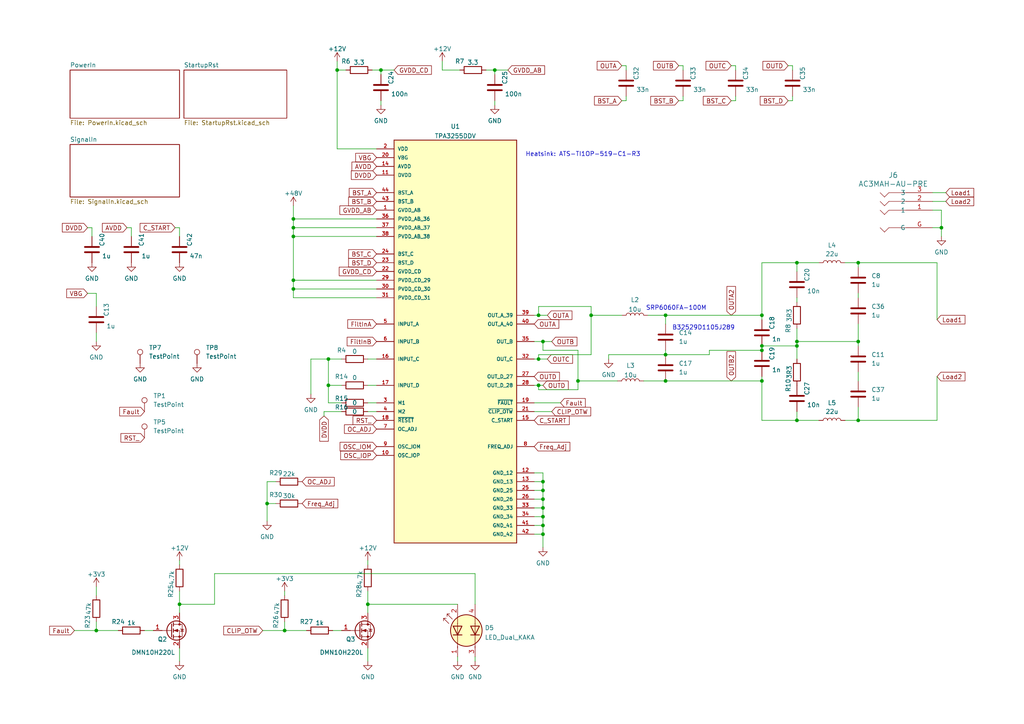
<source format=kicad_sch>
(kicad_sch (version 20231120) (generator "eeschema") (generator_version "8.0")
  (paper "A4")
  (lib_symbols
    (symbol "Connector:TestPoint" (pin_numbers hide) (pin_names (offset 0.762) hide)
      (property "Reference" "TP" (at 0 6.858 0))
      (property "Value" "TestPoint" (at 0 5.08 0))
      (symbol "TestPoint_0_1"
        (circle (center 0 3.302) (radius 0.762))
      )
      (symbol "TestPoint_1_1"
        (pin passive line (at 0 0 90) (length 2.54) (name "1") (number "1"))
      )
    )
    (symbol "Device:C" (pin_numbers hide) (pin_names (offset 0.254))
      (property "Reference" "C" (at 0.635 2.54 0))
      (property "Value" "C" (at 0.635 -2.54 0))
      (symbol "C_0_1"
        (polyline (pts (xy -2.032 -0.762) (xy 2.032 -0.762)) (stroke (width 0.508)))
        (polyline (pts (xy -2.032 0.762) (xy 2.032 0.762)) (stroke (width 0.508)))
      )
      (symbol "C_1_1"
        (pin passive line (at 0 3.81 270) (length 2.794) (name "~") (number "1"))
        (pin passive line (at 0 -3.81 90) (length 2.794) (name "~") (number "2"))
      )
    )
    (symbol "Device:L" (pin_numbers hide) (pin_names (offset 1.016) hide)
      (property "Reference" "L" (at -1.27 0 90))
      (property "Value" "L" (at 1.905 0 90))
      (symbol "L_0_1"
        (arc (start 0 -2.54) (mid 0.6323 -1.905) (end 0 -1.27))
        (arc (start 0 -1.27) (mid 0.6323 -0.635) (end 0 0))
        (arc (start 0 0) (mid 0.6323 0.635) (end 0 1.27))
        (arc (start 0 1.27) (mid 0.6323 1.905) (end 0 2.54))
      )
      (symbol "L_1_1"
        (pin passive line (at 0 3.81 270) (length 1.27) (name "1") (number "1"))
        (pin passive line (at 0 -3.81 90) (length 1.27) (name "2") (number "2"))
      )
    )
    (symbol "Device:LED_Dual_KAKA" (pin_names (offset 0) hide)
      (property "Reference" "D" (at 0 5.715 0))
      (property "Value" "LED_Dual_KAKA" (at 0 -6.35 0))
      (symbol "LED_Dual_KAKA_0_1"
        (polyline (pts (xy -5.08 -2.54) (xy 2.032 -2.54)))
        (polyline (pts (xy -5.08 2.54) (xy 2.032 2.54)))
        (polyline (pts (xy -1.27 -1.27) (xy -1.27 -3.81)) (stroke (width 0.254)))
        (polyline (pts (xy -1.27 3.81) (xy -1.27 1.27)) (stroke (width 0.254)))
        (polyline (pts (xy 3.81 -2.54) (xy 1.905 -2.54)))
        (polyline (pts (xy 3.81 2.54) (xy 1.905 2.54)))
        (polyline (pts (xy 1.27 -1.27) (xy 1.27 -3.81) (xy -1.27 -2.54) (xy 1.27 -1.27)) (stroke (width 0.254)))
        (polyline (pts (xy 1.27 3.81) (xy 1.27 1.27) (xy -1.27 2.54) (xy 1.27 3.81)) (stroke (width 0.254)))
        (polyline (pts (xy 2.032 5.08) (xy 3.556 6.604) (xy 2.794 6.604) (xy 3.556 6.604) (xy 3.556 5.842)))
        (polyline (pts (xy 3.302 4.064) (xy 4.826 5.588) (xy 4.064 5.588) (xy 4.826 5.588) (xy 4.826 4.826)))
        (circle (center 0 0) (radius 4.572) (stroke (width 0.254)) (fill (type background)))
      )
      (symbol "LED_Dual_KAKA_1_1"
        (pin input line (at -7.62 2.54 0) (length 3.048) (name "A1") (number "1"))
        (pin input line (at 7.62 2.54 180) (length 3.81) (name "K1") (number "2"))
        (pin input line (at -7.62 -2.54 0) (length 3.048) (name "A2") (number "3"))
        (pin input line (at 7.62 -2.54 180) (length 3.81) (name "K2") (number "4"))
      )
    )
    (symbol "Device:R" (pin_numbers hide) (pin_names (offset 0))
      (property "Reference" "R" (at 2.032 0 90))
      (property "Value" "R" (at 0 0 90))
      (symbol "R_0_1"
        (rectangle (start -1.016 -2.54) (end 1.016 2.54) (stroke (width 0.254)))
      )
      (symbol "R_1_1"
        (pin passive line (at 0 3.81 270) (length 1.27) (name "~") (number "1"))
        (pin passive line (at 0 -3.81 90) (length 1.27) (name "~") (number "2"))
      )
    )
    (symbol "Eli_v6Lib:AC3MAH-AU-PRE" (pin_names (offset 0.254))
      (property "Reference" "J" (at -7.62 7.62 0))
      (property "Value" "AC3MAH-AU-PRE" (at -7.62 5.08 0))
      (symbol "AC3MAH-AU-PRE_0_1"
        (polyline (pts (xy -13.97 -11.43) (xy -15.24 -10.16)) (stroke (width 0.127)))
        (polyline (pts (xy -13.97 -6.35) (xy -15.24 -5.08)) (stroke (width 0.127)))
        (polyline (pts (xy -13.97 -3.81) (xy -15.24 -2.54)) (stroke (width 0.127)))
        (polyline (pts (xy -13.97 -1.27) (xy -15.24 0)) (stroke (width 0.127)))
        (polyline (pts (xy -12.7 -10.16) (xy -13.97 -11.43)) (stroke (width 0.127)))
        (polyline (pts (xy -12.7 -5.08) (xy -13.97 -6.35)) (stroke (width 0.127)))
        (polyline (pts (xy -12.7 -2.54) (xy -13.97 -3.81)) (stroke (width 0.127)))
        (polyline (pts (xy -12.7 0) (xy -13.97 -1.27)) (stroke (width 0.127)))
        (polyline (pts (xy -7.62 -10.16) (xy -12.7 -10.16)) (stroke (width 0.127)))
        (polyline (pts (xy -7.62 -5.08) (xy -12.7 -5.08)) (stroke (width 0.127)))
        (polyline (pts (xy -7.62 -2.54) (xy -12.7 -2.54)) (stroke (width 0.127)))
        (polyline (pts (xy -7.62 0) (xy -12.7 0)) (stroke (width 0.127)))
        (pin unspecified line (at 0 -5.08 180) (length 7.62) (name "1") (number "1"))
        (pin unspecified line (at 0 -2.54 180) (length 7.62) (name "2") (number "2"))
        (pin unspecified line (at 0 0 180) (length 7.62) (name "3") (number "3"))
        (pin unspecified line (at 0 -10.16 180) (length 7.62) (name "G") (number "G"))
      )
    )
    (symbol "Eli_v6Lib:TPA3255DDV" (pin_names (offset 1.016))
      (property "Reference" "U" (at -17.78 59.4106 0))
      (property "Value" "TPA3255DDV" (at -17.78 -62.4078 0))
      (symbol "TPA3255DDV_0_0"
        (rectangle (start -17.78 -58.42) (end 17.78 58.42) (stroke (width 0.254)) (fill (type background)))
        (pin power_in line (at -22.86 38.1 0) (length 5.08) (name "GVDD_AB") (number "1"))
        (pin output line (at -22.86 -33.02 0) (length 5.08) (name "OSC_IOP") (number "10"))
        (pin power_in line (at -22.86 48.26 0) (length 5.08) (name "DVDD") (number "11"))
        (pin power_in line (at 22.86 -38.1 180) (length 5.08) (name "GND_12") (number "12"))
        (pin power_in line (at 22.86 -40.64 180) (length 5.08) (name "GND_13") (number "13"))
        (pin power_in line (at -22.86 50.8 0) (length 5.08) (name "AVDD") (number "14"))
        (pin output line (at 22.86 -22.86 180) (length 5.08) (name "C_START") (number "15"))
        (pin input line (at -22.86 -5.08 0) (length 5.08) (name "INPUT_C") (number "16"))
        (pin input line (at -22.86 -12.7 0) (length 5.08) (name "INPUT_D") (number "17"))
        (pin input line (at -22.86 -22.86 0) (length 5.08) (name "~{RESET}") (number "18"))
        (pin output line (at 22.86 -17.78 180) (length 5.08) (name "~{FAULT}") (number "19"))
        (pin power_in line (at -22.86 55.88 0) (length 5.08) (name "VDD") (number "2"))
        (pin power_in line (at -22.86 53.34 0) (length 5.08) (name "VBG") (number "20"))
        (pin output line (at 22.86 -20.32 180) (length 5.08) (name "~{CLIP_OTW}") (number "21"))
        (pin power_in line (at -22.86 20.32 0) (length 5.08) (name "GVDD_CD") (number "22"))
        (pin power_in line (at -22.86 22.86 0) (length 5.08) (name "BST_D") (number "23"))
        (pin power_in line (at -22.86 25.4 0) (length 5.08) (name "BST_C") (number "24"))
        (pin power_in line (at 22.86 -43.18 180) (length 5.08) (name "GND_25") (number "25"))
        (pin power_in line (at 22.86 -45.72 180) (length 5.08) (name "GND_26") (number "26"))
        (pin output line (at 22.86 -10.16 180) (length 5.08) (name "OUT_D_27") (number "27"))
        (pin output line (at 22.86 -12.7 180) (length 5.08) (name "OUT_D_28") (number "28"))
        (pin power_in line (at -22.86 17.78 0) (length 5.08) (name "PVDD_CD_29") (number "29"))
        (pin input line (at -22.86 -17.78 0) (length 5.08) (name "M1") (number "3"))
        (pin power_in line (at -22.86 15.24 0) (length 5.08) (name "PVDD_CD_30") (number "30"))
        (pin power_in line (at -22.86 12.7 0) (length 5.08) (name "PVDD_CD_31") (number "31"))
        (pin output line (at 22.86 -5.08 180) (length 5.08) (name "OUT_C") (number "32"))
        (pin power_in line (at 22.86 -48.26 180) (length 5.08) (name "GND_33") (number "33"))
        (pin power_in line (at 22.86 -50.8 180) (length 5.08) (name "GND_34") (number "34"))
        (pin output line (at 22.86 0 180) (length 5.08) (name "OUT_B") (number "35"))
        (pin power_in line (at -22.86 35.56 0) (length 5.08) (name "PVDD_AB_36") (number "36"))
        (pin power_in line (at -22.86 33.02 0) (length 5.08) (name "PVDD_AB_37") (number "37"))
        (pin power_in line (at -22.86 30.48 0) (length 5.08) (name "PVDD_AB_38") (number "38"))
        (pin output line (at 22.86 7.62 180) (length 5.08) (name "OUT_A_39") (number "39"))
        (pin input line (at -22.86 -20.32 0) (length 5.08) (name "M2") (number "4"))
        (pin output line (at 22.86 5.08 180) (length 5.08) (name "OUT_A_40") (number "40"))
        (pin power_in line (at 22.86 -53.34 180) (length 5.08) (name "GND_41") (number "41"))
        (pin power_in line (at 22.86 -55.88 180) (length 5.08) (name "GND_42") (number "42"))
        (pin power_in line (at -22.86 40.64 0) (length 5.08) (name "BST_B") (number "43"))
        (pin power_in line (at -22.86 43.18 0) (length 5.08) (name "BST_A") (number "44"))
        (pin input line (at -22.86 5.08 0) (length 5.08) (name "INPUT_A") (number "5"))
        (pin input line (at -22.86 0 0) (length 5.08) (name "INPUT_B") (number "6"))
        (pin bidirectional line (at -22.86 -25.4 0) (length 5.08) (name "OC_ADJ") (number "7"))
        (pin output line (at 22.86 -30.48 180) (length 5.08) (name "FREQ_ADJ") (number "8"))
        (pin bidirectional line (at -22.86 -30.48 0) (length 5.08) (name "OSC_IOM") (number "9"))
      )
    )
    (symbol "Transistor_FET:DMN10H220L" (pin_names hide)
      (property "Reference" "Q" (at 5.08 1.905 0))
      (property "Value" "DMN10H220L" (at 5.08 0 0))
      (symbol "DMN10H220L_0_1"
        (polyline (pts (xy 0.254 0) (xy -2.54 0)))
        (polyline (pts (xy 0.254 1.905) (xy 0.254 -1.905)) (stroke (width 0.254)))
        (polyline (pts (xy 0.762 -1.27) (xy 0.762 -2.286)) (stroke (width 0.254)))
        (polyline (pts (xy 0.762 0.508) (xy 0.762 -0.508)) (stroke (width 0.254)))
        (polyline (pts (xy 0.762 2.286) (xy 0.762 1.27)) (stroke (width 0.254)))
        (polyline (pts (xy 2.54 2.54) (xy 2.54 1.778)))
        (polyline (pts (xy 2.54 -2.54) (xy 2.54 0) (xy 0.762 0)))
        (polyline (pts (xy 0.762 -1.778) (xy 3.302 -1.778) (xy 3.302 1.778) (xy 0.762 1.778)))
        (polyline (pts (xy 1.016 0) (xy 2.032 0.381) (xy 2.032 -0.381) (xy 1.016 0)) (fill (type outline)))
        (polyline (pts (xy 2.794 0.508) (xy 2.921 0.381) (xy 3.683 0.381) (xy 3.81 0.254)))
        (polyline (pts (xy 3.302 0.381) (xy 2.921 -0.254) (xy 3.683 -0.254) (xy 3.302 0.381)))
        (circle (center 1.651 0) (radius 2.794) (stroke (width 0.254)))
        (circle (center 2.54 -1.778) (radius 0.254) (fill (type outline)))
        (circle (center 2.54 1.778) (radius 0.254) (fill (type outline)))
      )
      (symbol "DMN10H220L_1_1"
        (pin input line (at -5.08 0 0) (length 2.54) (name "G") (number "1"))
        (pin passive line (at 2.54 -5.08 90) (length 2.54) (name "S") (number "2"))
        (pin passive line (at 2.54 5.08 270) (length 2.54) (name "D") (number "3"))
      )
    )
    (symbol "power:+12V" (power) (pin_names (offset 0))
      (property "Value" "+12V" (at 0 3.556 0))
      (symbol "+12V_0_1"
        (polyline (pts (xy -0.762 1.27) (xy 0 2.54)))
        (polyline (pts (xy 0 0) (xy 0 2.54)))
        (polyline (pts (xy 0 2.54) (xy 0.762 1.27)))
      )
      (symbol "+12V_1_1"
        (pin power_in line (at 0 0 90) (length 0) hide (name "+12V") (number "1"))
      )
    )
    (symbol "power:+3.3V" (power) (pin_names (offset 0))
      (property "Value" "+3.3V" (at 0 3.556 0))
      (symbol "+3.3V_0_1"
        (polyline (pts (xy -0.762 1.27) (xy 0 2.54)))
        (polyline (pts (xy 0 0) (xy 0 2.54)))
        (polyline (pts (xy 0 2.54) (xy 0.762 1.27)))
      )
      (symbol "+3.3V_1_1"
        (pin power_in line (at 0 0 90) (length 0) hide (name "+3V3") (number "1"))
      )
    )
    (symbol "power:+48V" (power) (pin_names (offset 0))
      (property "Value" "+48V" (at 0 3.556 0))
      (symbol "+48V_0_1"
        (polyline (pts (xy -0.762 1.27) (xy 0 2.54)))
        (polyline (pts (xy 0 0) (xy 0 2.54)))
        (polyline (pts (xy 0 2.54) (xy 0.762 1.27)))
      )
      (symbol "+48V_1_1"
        (pin power_in line (at 0 0 90) (length 0) hide (name "+48V") (number "1"))
      )
    )
    (symbol "power:GND" (power) (pin_names (offset 0))
      (property "Value" "GND" (at 0 -3.81 0))
      (symbol "GND_0_1"
        (polyline (pts (xy 0 0) (xy 0 -1.27) (xy 1.27 -1.27) (xy 0 -2.54) (xy -1.27 -1.27) (xy 0 -1.27)))
      )
      (symbol "GND_1_1"
        (pin power_in line (at 0 0 270) (length 0) hide (name "GND") (number "1"))
      )
    )
  )
  (junction (at 167.64 110.49))
  (junction (at 220.98 101.6))
  (junction (at 157.48 147.32))
  (junction (at 193.04 110.49))
  (junction (at 156.21 91.44))
  (junction (at 220.98 100.33))
  (junction (at 85.09 63.5))
  (junction (at 95.25 104.14))
  (junction (at 77.47 146.05))
  (junction (at 85.09 83.82))
  (junction (at 231.14 100.33))
  (junction (at 110.49 20.32))
  (junction (at 171.45 91.44))
  (junction (at 85.09 68.58))
  (junction (at 157.48 144.78))
  (junction (at 220.98 110.49))
  (junction (at 231.14 76.2))
  (junction (at 157.48 139.7))
  (junction (at 248.92 121.92))
  (junction (at 27.94 182.88))
  (junction (at 157.48 142.24))
  (junction (at 143.51 20.32))
  (junction (at 273.05 66.04))
  (junction (at 220.98 91.44))
  (junction (at 248.92 99.06))
  (junction (at 85.09 66.04))
  (junction (at 106.68 175.26))
  (junction (at 97.79 20.32))
  (junction (at 157.48 152.4))
  (junction (at 248.92 76.2))
  (junction (at 231.14 99.06))
  (junction (at 193.04 91.44))
  (junction (at 52.07 175.26))
  (junction (at 157.48 154.94))
  (junction (at 231.14 121.92))
  (junction (at 95.25 111.76))
  (junction (at 193.04 102.87))
  (junction (at 157.48 99.06))
  (junction (at 85.09 81.28))
  (junction (at 82.55 182.88))
  (junction (at 156.21 104.14))
  (junction (at 157.48 149.86))
  (junction (at 156.21 111.76))
  (wire (pts (xy 220.98 91.44) (xy 220.98 76.2)))
  (wire (pts (xy 82.55 171.45) (xy 82.55 172.72)))
  (wire (pts (xy 109.22 66.04) (xy 85.09 66.04)))
  (wire (pts (xy 156.21 111.76) (xy 154.94 111.76)))
  (wire (pts (xy 27.94 96.52) (xy 27.94 99.06)))
  (wire (pts (xy 52.07 66.04) (xy 52.07 68.58)))
  (wire (pts (xy 193.04 110.49) (xy 220.98 110.49)))
  (wire (pts (xy 62.23 175.26) (xy 52.07 175.26)))
  (wire (pts (xy 109.22 86.36) (xy 85.09 86.36)))
  (wire (pts (xy 106.68 111.76) (xy 109.22 111.76)))
  (wire (pts (xy 95.25 111.76) (xy 99.06 111.76)))
  (wire (pts (xy 248.92 121.92) (xy 271.78 121.92)))
  (wire (pts (xy 187.96 91.44) (xy 193.04 91.44)))
  (wire (pts (xy 82.55 180.34) (xy 82.55 182.88)))
  (wire (pts (xy 248.92 93.98) (xy 248.92 99.06)))
  (wire (pts (xy 248.92 85.09) (xy 248.92 86.36)))
  (wire (pts (xy 248.92 107.95) (xy 248.92 110.49)))
  (wire (pts (xy 109.22 68.58) (xy 85.09 68.58)))
  (wire (pts (xy 143.51 20.32) (xy 143.51 21.59)))
  (wire (pts (xy 180.34 19.05) (xy 181.61 19.05)))
  (wire (pts (xy 193.04 91.44) (xy 220.98 91.44)))
  (wire (pts (xy 109.22 81.28) (xy 85.09 81.28)))
  (wire (pts (xy 90.17 104.14) (xy 95.25 104.14)))
  (wire (pts (xy 220.98 121.92) (xy 231.14 121.92)))
  (wire (pts (xy 85.09 59.69) (xy 85.09 63.5)))
  (wire (pts (xy 228.6 29.21) (xy 229.87 29.21)))
  (wire (pts (xy 106.68 104.14) (xy 109.22 104.14)))
  (wire (pts (xy 50.8 66.04) (xy 52.07 66.04)))
  (wire (pts (xy 97.79 20.32) (xy 97.79 17.78)))
  (wire (pts (xy 80.01 146.05) (xy 77.47 146.05)))
  (wire (pts (xy 180.34 29.21) (xy 181.61 29.21)))
  (wire (pts (xy 205.74 101.6) (xy 220.98 101.6)))
  (wire (pts (xy 220.98 91.44) (xy 220.98 92.71)))
  (wire (pts (xy 154.94 137.16) (xy 157.48 137.16)))
  (wire (pts (xy 212.09 29.21) (xy 213.36 29.21)))
  (wire (pts (xy 198.12 27.94) (xy 198.12 29.21)))
  (wire (pts (xy 160.02 119.38) (xy 154.94 119.38)))
  (wire (pts (xy 270.51 58.42) (xy 274.32 58.42)))
  (wire (pts (xy 154.94 139.7) (xy 157.48 139.7)))
  (wire (pts (xy 171.45 102.87) (xy 156.21 102.87)))
  (wire (pts (xy 52.07 175.26) (xy 52.07 177.8)))
  (wire (pts (xy 231.14 76.2) (xy 231.14 78.74)))
  (wire (pts (xy 167.64 110.49) (xy 179.07 110.49)))
  (wire (pts (xy 157.48 139.7) (xy 157.48 142.24)))
  (wire (pts (xy 157.48 147.32) (xy 157.48 149.86)))
  (wire (pts (xy 245.11 76.2) (xy 248.92 76.2)))
  (wire (pts (xy 193.04 101.6) (xy 193.04 102.87)))
  (wire (pts (xy 95.25 111.76) (xy 95.25 116.84)))
  (wire (pts (xy 137.795 175.26) (xy 137.795 166.37)))
  (wire (pts (xy 231.14 99.06) (xy 231.14 100.33)))
  (wire (pts (xy 157.48 154.94) (xy 157.48 158.75)))
  (wire (pts (xy 109.22 83.82) (xy 85.09 83.82)))
  (wire (pts (xy 132.715 190.5) (xy 132.715 191.77)))
  (wire (pts (xy 106.68 119.38) (xy 109.22 119.38)))
  (wire (pts (xy 106.68 187.96) (xy 106.68 191.77)))
  (wire (pts (xy 273.05 66.04) (xy 270.51 66.04)))
  (wire (pts (xy 77.47 139.7) (xy 77.47 146.05)))
  (wire (pts (xy 181.61 19.05) (xy 181.61 20.32)))
  (wire (pts (xy 186.69 110.49) (xy 193.04 110.49)))
  (wire (pts (xy 248.92 99.06) (xy 248.92 100.33)))
  (wire (pts (xy 171.45 91.44) (xy 180.34 91.44)))
  (wire (pts (xy 220.98 109.22) (xy 220.98 110.49)))
  (wire (pts (xy 106.68 171.45) (xy 106.68 175.26)))
  (wire (pts (xy 220.98 100.33) (xy 220.98 101.6)))
  (wire (pts (xy 143.51 20.32) (xy 147.32 20.32)))
  (wire (pts (xy 85.09 68.58) (xy 85.09 66.04)))
  (wire (pts (xy 27.94 85.09) (xy 27.94 88.9)))
  (wire (pts (xy 156.21 113.03) (xy 156.21 111.76)))
  (wire (pts (xy 109.22 63.5) (xy 85.09 63.5)))
  (wire (pts (xy 154.94 142.24) (xy 157.48 142.24)))
  (wire (pts (xy 270.51 60.96) (xy 273.05 60.96)))
  (wire (pts (xy 231.14 76.2) (xy 237.49 76.2)))
  (wire (pts (xy 25.4 85.09) (xy 27.94 85.09)))
  (wire (pts (xy 106.68 175.26) (xy 132.715 175.26)))
  (wire (pts (xy 231.14 99.06) (xy 248.92 99.06)))
  (wire (pts (xy 158.75 104.14) (xy 156.21 104.14)))
  (wire (pts (xy 157.48 152.4) (xy 157.48 154.94)))
  (wire (pts (xy 229.87 19.05) (xy 229.87 20.32)))
  (wire (pts (xy 271.78 109.22) (xy 271.78 121.92)))
  (wire (pts (xy 248.92 118.11) (xy 248.92 121.92)))
  (wire (pts (xy 97.79 20.32) (xy 100.33 20.32)))
  (wire (pts (xy 41.91 182.88) (xy 44.45 182.88)))
  (wire (pts (xy 80.01 139.7) (xy 77.47 139.7)))
  (wire (pts (xy 167.64 110.49) (xy 167.64 101.6)))
  (wire (pts (xy 52.07 171.45) (xy 52.07 175.26)))
  (wire (pts (xy 85.09 66.04) (xy 85.09 63.5)))
  (wire (pts (xy 85.09 86.36) (xy 85.09 83.82)))
  (wire (pts (xy 248.92 76.2) (xy 271.78 76.2)))
  (wire (pts (xy 154.94 149.86) (xy 157.48 149.86)))
  (wire (pts (xy 85.09 83.82) (xy 85.09 81.28)))
  (wire (pts (xy 167.64 113.03) (xy 156.21 113.03)))
  (wire (pts (xy 96.52 182.88) (xy 99.06 182.88)))
  (wire (pts (xy 85.09 68.58) (xy 85.09 81.28)))
  (wire (pts (xy 220.98 110.49) (xy 220.98 121.92)))
  (wire (pts (xy 157.48 144.78) (xy 157.48 147.32)))
  (wire (pts (xy 212.09 19.05) (xy 213.36 19.05)))
  (wire (pts (xy 228.6 19.05) (xy 229.87 19.05)))
  (wire (pts (xy 181.61 27.94) (xy 181.61 29.21)))
  (wire (pts (xy 157.48 149.86) (xy 157.48 152.4)))
  (wire (pts (xy 110.49 29.21) (xy 110.49 30.48)))
  (wire (pts (xy 157.48 111.76) (xy 156.21 111.76)))
  (wire (pts (xy 154.94 147.32) (xy 157.48 147.32)))
  (wire (pts (xy 76.2 182.88) (xy 82.55 182.88)))
  (wire (pts (xy 137.795 190.5) (xy 137.795 191.77)))
  (wire (pts (xy 176.53 102.87) (xy 176.53 104.14)))
  (wire (pts (xy 157.48 137.16) (xy 157.48 139.7)))
  (wire (pts (xy 143.51 29.21) (xy 143.51 30.48)))
  (wire (pts (xy 193.04 91.44) (xy 193.04 93.98)))
  (wire (pts (xy 193.04 102.87) (xy 205.74 102.87)))
  (wire (pts (xy 93.98 120.65) (xy 93.98 119.38)))
  (wire (pts (xy 154.94 152.4) (xy 157.48 152.4)))
  (wire (pts (xy 128.27 20.32) (xy 128.27 17.78)))
  (wire (pts (xy 245.11 121.92) (xy 248.92 121.92)))
  (wire (pts (xy 270.51 55.88) (xy 274.32 55.88)))
  (wire (pts (xy 196.85 19.05) (xy 198.12 19.05)))
  (wire (pts (xy 26.67 66.04) (xy 26.67 68.58)))
  (wire (pts (xy 156.21 88.9) (xy 156.21 91.44)))
  (wire (pts (xy 157.48 142.24) (xy 157.48 144.78)))
  (wire (pts (xy 156.21 102.87) (xy 156.21 104.14)))
  (wire (pts (xy 231.14 100.33) (xy 220.98 100.33)))
  (wire (pts (xy 171.45 91.44) (xy 171.45 88.9)))
  (wire (pts (xy 231.14 119.38) (xy 231.14 121.92)))
  (wire (pts (xy 167.64 101.6) (xy 157.48 101.6)))
  (wire (pts (xy 156.21 104.14) (xy 154.94 104.14)))
  (wire (pts (xy 231.14 95.25) (xy 231.14 99.06)))
  (wire (pts (xy 160.02 99.06) (xy 157.48 99.06)))
  (wire (pts (xy 248.92 76.2) (xy 248.92 77.47)))
  (wire (pts (xy 154.94 144.78) (xy 157.48 144.78)))
  (wire (pts (xy 99.06 104.14) (xy 95.25 104.14)))
  (wire (pts (xy 106.68 175.26) (xy 106.68 177.8)))
  (wire (pts (xy 137.795 166.37) (xy 62.23 166.37)))
  (wire (pts (xy 25.4 66.04) (xy 26.67 66.04)))
  (wire (pts (xy 167.64 110.49) (xy 167.64 113.03)))
  (wire (pts (xy 176.53 102.87) (xy 193.04 102.87)))
  (wire (pts (xy 220.98 76.2) (xy 231.14 76.2)))
  (wire (pts (xy 231.14 121.92) (xy 237.49 121.92)))
  (wire (pts (xy 157.48 99.06) (xy 154.94 99.06)))
  (wire (pts (xy 171.45 91.44) (xy 171.45 102.87)))
  (wire (pts (xy 95.25 116.84) (xy 99.06 116.84)))
  (wire (pts (xy 77.47 146.05) (xy 77.47 151.13)))
  (wire (pts (xy 90.17 104.14) (xy 90.17 114.3)))
  (wire (pts (xy 109.22 43.18) (xy 97.79 43.18)))
  (wire (pts (xy 231.14 100.33) (xy 231.14 104.14)))
  (wire (pts (xy 106.68 162.56) (xy 106.68 163.83)))
  (wire (pts (xy 27.94 170.18) (xy 27.94 172.72)))
  (wire (pts (xy 213.36 27.94) (xy 213.36 29.21)))
  (wire (pts (xy 271.78 76.2) (xy 271.78 92.71)))
  (wire (pts (xy 82.55 182.88) (xy 88.9 182.88)))
  (wire (pts (xy 205.74 101.6) (xy 205.74 102.87)))
  (wire (pts (xy 158.75 91.44) (xy 156.21 91.44)))
  (wire (pts (xy 162.56 116.84) (xy 154.94 116.84)))
  (wire (pts (xy 156.21 91.44) (xy 154.94 91.44)))
  (wire (pts (xy 106.68 116.84) (xy 109.22 116.84)))
  (wire (pts (xy 231.14 86.36) (xy 231.14 87.63)))
  (wire (pts (xy 196.85 29.21) (xy 198.12 29.21)))
  (wire (pts (xy 27.94 182.88) (xy 34.29 182.88)))
  (wire (pts (xy 107.95 20.32) (xy 110.49 20.32)))
  (wire (pts (xy 133.35 20.32) (xy 128.27 20.32)))
  (wire (pts (xy 27.94 180.34) (xy 27.94 182.88)))
  (wire (pts (xy 21.59 182.88) (xy 27.94 182.88)))
  (wire (pts (xy 157.48 101.6) (xy 157.48 99.06)))
  (wire (pts (xy 140.97 20.32) (xy 143.51 20.32)))
  (wire (pts (xy 213.36 19.05) (xy 213.36 20.32)))
  (wire (pts (xy 273.05 60.96) (xy 273.05 66.04)))
  (wire (pts (xy 110.49 20.32) (xy 110.49 21.59)))
  (wire (pts (xy 62.23 166.37) (xy 62.23 175.26)))
  (wire (pts (xy 52.07 187.96) (xy 52.07 191.77)))
  (wire (pts (xy 110.49 20.32) (xy 114.3 20.32)))
  (wire (pts (xy 97.79 43.18) (xy 97.79 20.32)))
  (wire (pts (xy 52.07 162.56) (xy 52.07 163.83)))
  (wire (pts (xy 154.94 154.94) (xy 157.48 154.94)))
  (wire (pts (xy 38.1 66.04) (xy 38.1 68.58)))
  (wire (pts (xy 93.98 119.38) (xy 99.06 119.38)))
  (wire (pts (xy 229.87 27.94) (xy 229.87 29.21)))
  (wire (pts (xy 36.83 66.04) (xy 38.1 66.04)))
  (wire (pts (xy 198.12 19.05) (xy 198.12 20.32)))
  (wire (pts (xy 171.45 88.9) (xy 156.21 88.9)))
  (wire (pts (xy 95.25 104.14) (xy 95.25 111.76)))
  (wire (pts (xy 273.05 66.04) (xy 273.05 68.58)))
  (text "B32529D1105J289" (at 194.945 95.885 0) (effects (font (size 1.27 1.27)) (justify left bottom)))
  (text "SRP6060FA-100M" (at 187.325 90.17 0) (effects (font (size 1.27 1.27)) (justify left bottom)))
  (text "Heatsink: ATS-TI1OP-519-C1-R3\n\n" (at 152.4 47.625 0) (effects (font (size 1.27 1.27)) (justify left bottom)))
  (global_label "DVDD" (shape input) (at 93.98 120.65 270) (property "Intersheetrefs" "${INTERSHEET_REFS}" (effects (hide yes))))
  (global_label "Fault" (shape input) (at 21.59 182.88 180) (property "Intersheetrefs" "${INTERSHEET_REFS}" (effects (hide yes))))
  (global_label "OSC_IOM" (shape input) (at 109.22 129.54 180) (property "Intersheetrefs" "${INTERSHEET_REFS}" (effects (hide yes))))
  (global_label "GVDD_AB" (shape input) (at 147.32 20.32 0) (property "Intersheetrefs" "${INTERSHEET_REFS}" (effects (hide yes))))
  (global_label "OUTB" (shape input) (at 196.85 19.05 180) (property "Intersheetrefs" "${INTERSHEET_REFS}" (effects (hide yes))))
  (global_label "AVDD" (shape input) (at 36.83 66.04 180) (property "Intersheetrefs" "${INTERSHEET_REFS}" (effects (hide yes))))
  (global_label "BST_C" (shape input) (at 212.09 29.21 180) (property "Intersheetrefs" "${INTERSHEET_REFS}" (effects (hide yes))))
  (global_label "BST_D" (shape input) (at 109.22 76.2 180) (property "Intersheetrefs" "${INTERSHEET_REFS}" (effects (hide yes))))
  (global_label "OUTB" (shape input) (at 160.02 99.06 0) (property "Intersheetrefs" "${INTERSHEET_REFS}" (effects (hide yes))))
  (global_label "DVDD" (shape input) (at 109.22 50.8 180) (property "Intersheetrefs" "${INTERSHEET_REFS}" (effects (hide yes))))
  (global_label "RST_" (shape input) (at 109.22 121.92 180) (property "Intersheetrefs" "${INTERSHEET_REFS}" (effects (hide yes))))
  (global_label "OSC_IOP" (shape input) (at 109.22 132.08 180) (property "Intersheetrefs" "${INTERSHEET_REFS}" (effects (hide yes))))
  (global_label "Load1" (shape input) (at 274.32 55.88 0) (property "Intersheetrefs" "${INTERSHEET_REFS}" (effects (hide yes))))
  (global_label "GVDD_CD" (shape input) (at 109.22 78.74 180) (property "Intersheetrefs" "${INTERSHEET_REFS}" (effects (hide yes))))
  (global_label "OUTA" (shape input) (at 180.34 19.05 180) (property "Intersheetrefs" "${INTERSHEET_REFS}" (effects (hide yes))))
  (global_label "BST_B" (shape input) (at 196.85 29.21 180) (property "Intersheetrefs" "${INTERSHEET_REFS}" (effects (hide yes))))
  (global_label "C_START" (shape input) (at 154.94 121.92 0) (property "Intersheetrefs" "${INTERSHEET_REFS}" (effects (hide yes))))
  (global_label "OUTA" (shape input) (at 154.94 93.98 0) (property "Intersheetrefs" "${INTERSHEET_REFS}" (effects (hide yes))))
  (global_label "Freq_Adj" (shape input) (at 154.94 129.54 0) (property "Intersheetrefs" "${INTERSHEET_REFS}" (effects (hide yes))))
  (global_label "OUTD" (shape input) (at 157.48 111.76 0) (property "Intersheetrefs" "${INTERSHEET_REFS}" (effects (hide yes))))
  (global_label "OC_ADJ" (shape input) (at 109.22 124.46 180) (property "Intersheetrefs" "${INTERSHEET_REFS}" (effects (hide yes))))
  (global_label "BST_A" (shape input) (at 180.34 29.21 180) (property "Intersheetrefs" "${INTERSHEET_REFS}" (effects (hide yes))))
  (global_label "AVDD" (shape input) (at 109.22 48.26 180) (property "Intersheetrefs" "${INTERSHEET_REFS}" (effects (hide yes))))
  (global_label "BST_B" (shape input) (at 109.22 58.42 180) (property "Intersheetrefs" "${INTERSHEET_REFS}" (effects (hide yes))))
  (global_label "GVDD_AB" (shape input) (at 109.22 60.96 180) (property "Intersheetrefs" "${INTERSHEET_REFS}" (effects (hide yes))))
  (global_label "OUTA2" (shape input) (at 212.09 91.44 90) (property "Intersheetrefs" "${INTERSHEET_REFS}" (effects (hide yes))))
  (global_label "VBG" (shape input) (at 109.22 45.72 180) (property "Intersheetrefs" "${INTERSHEET_REFS}" (effects (hide yes))))
  (global_label "C_START" (shape input) (at 50.8 66.04 180) (property "Intersheetrefs" "${INTERSHEET_REFS}" (effects (hide yes))))
  (global_label "OUTB2" (shape input) (at 212.09 110.49 90) (property "Intersheetrefs" "${INTERSHEET_REFS}" (effects (hide yes))))
  (global_label "DVDD" (shape input) (at 25.4 66.04 180) (property "Intersheetrefs" "${INTERSHEET_REFS}" (effects (hide yes))))
  (global_label "BST_D" (shape input) (at 228.6 29.21 180) (property "Intersheetrefs" "${INTERSHEET_REFS}" (effects (hide yes))))
  (global_label "BST_A" (shape input) (at 109.22 55.88 180) (property "Intersheetrefs" "${INTERSHEET_REFS}" (effects (hide yes))))
  (global_label "BST_C" (shape input) (at 109.22 73.66 180) (property "Intersheetrefs" "${INTERSHEET_REFS}" (effects (hide yes))))
  (global_label "VBG" (shape input) (at 25.4 85.09 180) (property "Intersheetrefs" "${INTERSHEET_REFS}" (effects (hide yes))))
  (global_label "OUTA" (shape input) (at 158.75 91.44 0) (property "Intersheetrefs" "${INTERSHEET_REFS}" (effects (hide yes))))
  (global_label "Load2" (shape input) (at 271.78 109.22 0) (property "Intersheetrefs" "${INTERSHEET_REFS}" (effects (hide yes))))
  (global_label "Load2" (shape input) (at 274.32 58.42 0) (property "Intersheetrefs" "${INTERSHEET_REFS}" (effects (hide yes))))
  (global_label "FiltInB" (shape input) (at 109.22 99.06 180) (property "Intersheetrefs" "${INTERSHEET_REFS}" (effects (hide yes))))
  (global_label "Load1" (shape input) (at 271.78 92.71 0) (property "Intersheetrefs" "${INTERSHEET_REFS}" (effects (hide yes))))
  (global_label "GVDD_CD" (shape input) (at 114.3 20.32 0) (property "Intersheetrefs" "${INTERSHEET_REFS}" (effects (hide yes))))
  (global_label "OC_ADJ" (shape input) (at 87.63 139.7 0) (property "Intersheetrefs" "${INTERSHEET_REFS}" (effects (hide yes))))
  (global_label "OUTC" (shape input) (at 212.09 19.05 180) (property "Intersheetrefs" "${INTERSHEET_REFS}" (effects (hide yes))))
  (global_label "OUTD" (shape input) (at 228.6 19.05 180) (property "Intersheetrefs" "${INTERSHEET_REFS}" (effects (hide yes))))
  (global_label "Fault" (shape input) (at 162.56 116.84 0) (property "Intersheetrefs" "${INTERSHEET_REFS}" (effects (hide yes))))
  (global_label "Freq_Adj" (shape input) (at 87.63 146.05 0) (property "Intersheetrefs" "${INTERSHEET_REFS}" (effects (hide yes))))
  (global_label "RST_" (shape input) (at 41.91 127 180) (property "Intersheetrefs" "${INTERSHEET_REFS}" (effects (hide yes))))
  (global_label "CLIP_OTW" (shape input) (at 76.2 182.88 180) (property "Intersheetrefs" "${INTERSHEET_REFS}" (effects (hide yes))))
  (global_label "CLIP_OTW" (shape input) (at 160.02 119.38 0) (property "Intersheetrefs" "${INTERSHEET_REFS}" (effects (hide yes))))
  (global_label "Fault" (shape input) (at 41.91 119.38 180) (property "Intersheetrefs" "${INTERSHEET_REFS}" (effects (hide yes))))
  (global_label "OUTC" (shape input) (at 158.75 104.14 0) (property "Intersheetrefs" "${INTERSHEET_REFS}" (effects (hide yes))))
  (global_label "OUTD" (shape input) (at 154.94 109.22 0) (property "Intersheetrefs" "${INTERSHEET_REFS}" (effects (hide yes))))
  (global_label "FiltInA" (shape input) (at 109.22 93.98 180) (property "Intersheetrefs" "${INTERSHEET_REFS}" (effects (hide yes))))
  (symbol (lib_id "Device:R") (at 83.82 139.7 90) (unit 1)
    (property "Reference" "R29" (at 80.01 137.16 90))
    (property "Value" "22k" (at 83.82 137.4926 90))
    (property "Footprint" "Resistor_SMD:R_0805_2012Metric" (effects (hide yes)))
  )
  (symbol (lib_id "power:GND") (at 137.795 191.77 0) (unit 1)
    (property "Reference" "#PWR0159" (effects (hide yes)))
    (property "Value" "GND" (at 137.795 196.3325 0))
  )
  (symbol (lib_id "Transistor_FET:DMN10H220L") (at 104.14 182.88 0) (unit 1)
    (property "Reference" "Q3" (at 100.33 185.42 0) (effects (justify left)))
    (property "Value" "DMN10H220L" (at 92.71 189.23 0) (effects (justify left)))
    (property "Footprint" "Package_TO_SOT_SMD:SOT-23" (effects (hide yes)))
    (property "Datasheet" "http://www.diodes.com/assets/Datasheets/DMN10H220L.pdf" (effects (hide yes)))
  )
  (symbol (lib_id "Device:R") (at 38.1 182.88 90) (unit 1)
    (property "Reference" "R24" (at 34.29 180.34 90))
    (property "Value" "1k" (at 38.1 180.6726 90))
    (property "Footprint" "Resistor_SMD:R_0805_2012Metric" (effects (hide yes)))
  )
  (symbol (lib_id "Device:C") (at 38.1 72.39 0) (unit 1)
    (property "Reference" "C41" (at 41.021 71.4815 90) (effects (justify left)))
    (property "Value" "1u" (at 41.021 74.2566 0) (effects (justify left)))
    (property "Footprint" "Capacitor_SMD:C_0805_2012Metric" (effects (hide yes)))
  )
  (symbol (lib_id "Device:R") (at 102.87 104.14 90) (unit 1)
    (property "Reference" "R4" (at 99.06 101.6 90))
    (property "Value" "0" (at 102.87 101.9326 90))
    (property "Footprint" "Resistor_SMD:R_0805_2012Metric" (effects (hide yes)))
  )
  (symbol (lib_id "Device:C") (at 143.51 25.4 0) (unit 1)
    (property "Reference" "C25" (at 146.431 24.4915 90) (effects (justify left)))
    (property "Value" "100n" (at 146.431 27.2666 0) (effects (justify left)))
    (property "Footprint" "Capacitor_SMD:C_0805_2012Metric" (effects (hide yes)))
  )
  (symbol (lib_id "power:GND") (at 110.49 30.48 0) (unit 1)
    (property "Reference" "#PWR0123" (effects (hide yes)))
    (property "Value" "GND" (at 110.49 35.0425 0))
  )
  (symbol (lib_id "power:GND") (at 27.94 99.06 0) (unit 1)
    (property "Reference" "#PWR0122" (effects (hide yes)))
    (property "Value" "GND" (at 27.94 103.6225 0))
  )
  (symbol (lib_id "power:GND") (at 157.48 158.75 0) (unit 1)
    (property "Reference" "#PWR0133" (effects (hide yes)))
    (property "Value" "GND" (at 157.48 163.3125 0))
  )
  (symbol (lib_id "power:GND") (at 273.05 68.58 0) (unit 1)
    (property "Reference" "#PWR04" (effects (hide yes)))
    (property "Value" "GND" (at 273.05 73.1425 0))
  )
  (symbol (lib_id "Eli_v6Lib:TPA3255DDV") (at 132.08 99.06 0) (unit 1)
    (property "Reference" "U1" (at 132.08 36.6735 0))
    (property "Value" "TPA3255DDV" (at 132.08 39.4486 0))
    (property "Footprint" "Eli_Lib:SOP63P810X120-44N" (effects (hide yes)))
    (property "PARTREV" "A" (effects (hide yes)))
    (property "MANUFACTURER" "Texas Instruments" (effects (hide yes)))
    (property "MAXIMUM_PACKAGE_HEIGHT" "1.2 mm" (effects (hide yes)))
    (property "STANDARD" "IPC-7351B" (effects (hide yes)))
  )
  (symbol (lib_id "power:+12V") (at 128.27 17.78 0) (unit 1)
    (property "Reference" "#PWR0125" (effects (hide yes)))
    (property "Value" "+12V" (at 128.27 14.1755 0))
  )
  (symbol (lib_id "power:+48V") (at 85.09 59.69 0) (unit 1)
    (property "Reference" "#PWR0121" (effects (hide yes)))
    (property "Value" "+48V" (at 85.09 56.0855 0))
  )
  (symbol (lib_id "power:GND") (at 77.47 151.13 0) (unit 1)
    (property "Reference" "#PWR0158" (effects (hide yes)))
    (property "Value" "GND" (at 77.47 155.6925 0))
  )
  (symbol (lib_id "Device:R") (at 52.07 167.64 180) (unit 1)
    (property "Reference" "R25" (at 49.53 171.45 90))
    (property "Value" "4.7k" (at 49.8626 167.64 90))
    (property "Footprint" "Resistor_SMD:R_0805_2012Metric" (effects (hide yes)))
  )
  (symbol (lib_id "Device:C") (at 193.04 106.68 0) (unit 1)
    (property "Reference" "C17" (at 196.85 105.4099 0) (effects (justify left)))
    (property "Value" "1u" (at 196.85 107.9499 0) (effects (justify left)))
    (property "Footprint" "Capacitor_THT:C_Rect_L7.2mm_W7.2mm_P5.00mm_FKS2_FKP2_MKS2_MKP2" (effects (hide yes)))
  )
  (symbol (lib_id "Device:L") (at 241.3 76.2 90) (unit 1)
    (property "Reference" "L4" (at 241.3 71.12 90))
    (property "Value" "22u" (at 241.3 73.66 90))
    (property "Footprint" "Inductor_THT:L_Toroid_Vertical_L22.4mm_W10.2mm_P7.90mm_Vishay_TJ4" (effects (hide yes)))
  )
  (symbol (lib_id "power:GND") (at 40.64 105.41 0) (unit 1)
    (property "Reference" "#PWR06" (effects (hide yes)))
    (property "Value" "GND" (at 40.64 109.9725 0))
  )
  (symbol (lib_id "Device:R") (at 92.71 182.88 90) (unit 1)
    (property "Reference" "R27" (at 88.9 180.34 90))
    (property "Value" "1k" (at 92.71 180.6726 90))
    (property "Footprint" "Resistor_SMD:R_0805_2012Metric" (effects (hide yes)))
  )
  (symbol (lib_id "Device:C") (at 26.67 72.39 0) (unit 1)
    (property "Reference" "C40" (at 29.591 71.4815 90) (effects (justify left)))
    (property "Value" "1u" (at 29.591 74.2566 0) (effects (justify left)))
    (property "Footprint" "Capacitor_SMD:C_0805_2012Metric" (effects (hide yes)))
  )
  (symbol (lib_id "Connector:TestPoint") (at 41.91 127 0) (unit 1)
    (property "Reference" "TP5" (at 44.45 122.4279 0) (effects (justify left)))
    (property "Value" "TestPoint" (at 44.45 124.9679 0) (effects (justify left)))
    (property "Footprint" "TestPoint:TestPoint_THTPad_1.0x1.0mm_Drill0.5mm" (effects (hide yes)))
  )
  (symbol (lib_id "Device:C") (at 248.92 81.28 0) (unit 1)
    (property "Reference" "C8" (at 252.73 80.0099 0) (effects (justify left)))
    (property "Value" "1u" (at 252.73 82.5499 0) (effects (justify left)))
    (property "Footprint" "Capacitor_THT:C_Rect_L7.2mm_W7.2mm_P5.00mm_FKS2_FKP2_MKS2_MKP2" (effects (hide yes)))
  )
  (symbol (lib_id "power:GND") (at 132.715 191.77 0) (unit 1)
    (property "Reference" "#PWR0153" (effects (hide yes)))
    (property "Value" "GND" (at 132.715 196.3325 0))
  )
  (symbol (lib_id "power:GND") (at 38.1 76.2 0) (unit 1)
    (property "Reference" "#PWR0156" (effects (hide yes)))
    (property "Value" "GND" (at 38.1 80.7625 0))
  )
  (symbol (lib_id "Device:C") (at 248.92 90.17 0) (unit 1)
    (property "Reference" "C36" (at 252.73 88.8999 0) (effects (justify left)))
    (property "Value" "1u" (at 252.73 91.4399 0) (effects (justify left)))
    (property "Footprint" "Capacitor_THT:C_Rect_L7.2mm_W7.2mm_P5.00mm_FKS2_FKP2_MKS2_MKP2" (effects (hide yes)))
  )
  (symbol (lib_id "Device:R") (at 83.82 146.05 90) (unit 1)
    (property "Reference" "R30" (at 80.01 143.51 90))
    (property "Value" "30k" (at 83.82 143.8426 90))
    (property "Footprint" "Resistor_SMD:R_0805_2012Metric" (effects (hide yes)))
  )
  (symbol (lib_id "Device:R") (at 104.14 20.32 90) (unit 1)
    (property "Reference" "R6" (at 100.33 17.78 90))
    (property "Value" "3.3" (at 104.14 18.1126 90))
    (property "Footprint" "Resistor_SMD:R_0805_2012Metric" (effects (hide yes)))
  )
  (symbol (lib_id "power:GND") (at 52.07 76.2 0) (unit 1)
    (property "Reference" "#PWR0155" (effects (hide yes)))
    (property "Value" "GND" (at 52.07 80.7625 0))
  )
  (symbol (lib_id "power:+12V") (at 97.79 17.78 0) (unit 1)
    (property "Reference" "#PWR0126" (effects (hide yes)))
    (property "Value" "+12V" (at 97.79 14.1755 0))
  )
  (symbol (lib_id "Device:C") (at 193.04 97.79 0) (unit 1)
    (property "Reference" "C14" (at 196.85 96.5199 0) (effects (justify left)))
    (property "Value" "1u" (at 196.85 99.0599 0) (effects (justify left)))
    (property "Footprint" "Capacitor_THT:C_Rect_L7.2mm_W7.2mm_P5.00mm_FKS2_FKP2_MKS2_MKP2" (effects (hide yes)))
  )
  (symbol (lib_id "Device:C") (at 248.92 114.3 0) (unit 1)
    (property "Reference" "C37" (at 252.73 113.0299 0) (effects (justify left)))
    (property "Value" "1u" (at 252.73 115.5699 0) (effects (justify left)))
    (property "Footprint" "Capacitor_THT:C_Rect_L7.2mm_W7.2mm_P5.00mm_FKS2_FKP2_MKS2_MKP2" (effects (hide yes)))
  )
  (symbol (lib_id "Device:R") (at 102.87 111.76 90) (unit 1)
    (property "Reference" "R14" (at 99.06 109.22 90))
    (property "Value" "0" (at 102.87 109.5526 90))
    (property "Footprint" "Resistor_SMD:R_0805_2012Metric" (effects (hide yes)))
  )
  (symbol (lib_id "Device:R") (at 106.68 167.64 180) (unit 1)
    (property "Reference" "R28" (at 104.14 171.45 90))
    (property "Value" "4.7k" (at 104.4726 167.64 90))
    (property "Footprint" "Resistor_SMD:R_0805_2012Metric" (effects (hide yes)))
  )
  (symbol (lib_id "power:+3.3V") (at 82.55 171.45 0) (unit 1)
    (property "Reference" "#PWR0150" (effects (hide yes)))
    (property "Value" "+3V3" (at 82.55 167.8455 0))
  )
  (symbol (lib_id "Device:C") (at 198.12 24.13 0) (unit 1)
    (property "Reference" "C33" (at 201.041 23.2215 90) (effects (justify left)))
    (property "Value" "33n" (at 201.041 25.9966 0) (effects (justify left)))
    (property "Footprint" "Capacitor_SMD:C_0805_2012Metric" (effects (hide yes)))
  )
  (symbol (lib_id "Device:C") (at 231.14 82.55 0) (unit 1)
    (property "Reference" "C20" (at 234.061 81.6415 90) (effects (justify left)))
    (property "Value" "10n" (at 234.061 84.4166 0) (effects (justify left)))
    (property "Footprint" "Capacitor_SMD:C_0805_2012Metric" (effects (hide yes)))
  )
  (symbol (lib_id "Device:LED_Dual_KAKA") (at 135.255 182.88 90) (unit 1)
    (property "Reference" "D5" (at 140.589 182.0985 90) (effects (justify right)))
    (property "Value" "LED_Dual_KAKA" (at 140.589 184.8736 90) (effects (justify right)))
    (property "Footprint" "Eli_Lib:IC4_WP934EB_2GD_KNB" (effects (hide yes)))
  )
  (symbol (lib_id "Device:C") (at 229.87 24.13 0) (unit 1)
    (property "Reference" "C35" (at 232.791 23.2215 90) (effects (justify left)))
    (property "Value" "33n" (at 232.791 25.9966 0) (effects (justify left)))
    (property "Footprint" "Capacitor_SMD:C_0805_2012Metric" (effects (hide yes)))
  )
  (symbol (lib_id "Device:R") (at 82.55 176.53 180) (unit 1)
    (property "Reference" "R26" (at 80.01 180.34 90))
    (property "Value" "47k" (at 80.3426 176.53 90))
    (property "Footprint" "Resistor_SMD:R_0805_2012Metric" (effects (hide yes)))
  )
  (symbol (lib_id "Device:L") (at 184.15 91.44 90) (unit 1)
    (property "Reference" "L2" (at 184.15 86.9655 90))
    (property "Value" "10u" (at 184.15 89.7406 90))
    (property "Footprint" "Inductor_THT:L_Toroid_Vertical_L22.4mm_W10.2mm_P7.90mm_Vishay_TJ4" (effects (hide yes)))
  )
  (symbol (lib_id "power:+12V") (at 106.68 162.56 0) (unit 1)
    (property "Reference" "#PWR0152" (effects (hide yes)))
    (property "Value" "+12V" (at 106.68 158.9555 0))
  )
  (symbol (lib_id "Device:C") (at 181.61 24.13 0) (unit 1)
    (property "Reference" "C32" (at 184.531 23.2215 90) (effects (justify left)))
    (property "Value" "33n" (at 184.531 25.9966 0) (effects (justify left)))
    (property "Footprint" "Capacitor_SMD:C_0805_2012Metric" (effects (hide yes)))
  )
  (symbol (lib_id "Device:C") (at 220.98 96.52 0) (unit 1)
    (property "Reference" "C18" (at 223.901 95.6115 90) (effects (justify left)))
    (property "Value" "1n" (at 223.901 98.3866 0) (effects (justify left)))
    (property "Footprint" "Capacitor_SMD:C_0805_2012Metric" (effects (hide yes)))
  )
  (symbol (lib_id "Device:L") (at 182.88 110.49 90) (unit 1)
    (property "Reference" "L3" (at 182.88 106.0155 90))
    (property "Value" "10u" (at 182.88 108.7906 90))
    (property "Footprint" "Inductor_THT:L_Toroid_Vertical_L22.4mm_W10.2mm_P7.90mm_Vishay_TJ4" (effects (hide yes)))
  )
  (symbol (lib_id "power:GND") (at 143.51 30.48 0) (unit 1)
    (property "Reference" "#PWR0124" (effects (hide yes)))
    (property "Value" "GND" (at 143.51 35.0425 0))
  )
  (symbol (lib_id "Device:R") (at 102.87 116.84 90) (unit 1)
    (property "Reference" "R15" (at 99.06 115.57 90))
    (property "Value" "0" (at 102.87 116.84 90))
    (property "Footprint" "Resistor_SMD:R_0805_2012Metric" (effects (hide yes)))
  )
  (symbol (lib_id "power:+12V") (at 52.07 162.56 0) (unit 1)
    (property "Reference" "#PWR0143" (effects (hide yes)))
    (property "Value" "+12V" (at 52.07 158.9555 0))
  )
  (symbol (lib_id "Device:C") (at 110.49 25.4 0) (unit 1)
    (property "Reference" "C24" (at 113.411 24.4915 90) (effects (justify left)))
    (property "Value" "100n" (at 113.411 27.2666 0) (effects (justify left)))
    (property "Footprint" "Capacitor_SMD:C_0805_2012Metric" (effects (hide yes)))
  )
  (symbol (lib_id "power:GND") (at 176.53 104.14 0) (unit 1)
    (property "Reference" "#PWR0154" (effects (hide yes)))
    (property "Value" "GND" (at 176.53 108.7025 0))
  )
  (symbol (lib_id "power:GND") (at 106.68 191.77 0) (unit 1)
    (property "Reference" "#PWR0151" (effects (hide yes)))
    (property "Value" "GND" (at 106.68 196.3325 0))
  )
  (symbol (lib_id "power:GND") (at 52.07 191.77 0) (unit 1)
    (property "Reference" "#PWR0144" (effects (hide yes)))
    (property "Value" "GND" (at 52.07 196.3325 0))
  )
  (symbol (lib_id "Device:C") (at 52.07 72.39 0) (unit 1)
    (property "Reference" "C42" (at 54.991 71.4815 90) (effects (justify left)))
    (property "Value" "47n" (at 54.991 74.2566 0) (effects (justify left)))
    (property "Footprint" "Capacitor_SMD:C_0805_2012Metric" (effects (hide yes)))
  )
  (symbol (lib_id "power:GND") (at 26.67 76.2 0) (unit 1)
    (property "Reference" "#PWR0157" (effects (hide yes)))
    (property "Value" "GND" (at 26.67 80.7625 0))
  )
  (symbol (lib_id "Device:L") (at 241.3 121.92 90) (unit 1)
    (property "Reference" "L5" (at 241.3 116.84 90))
    (property "Value" "22u" (at 241.3 119.38 90))
    (property "Footprint" "Inductor_THT:L_Toroid_Vertical_L22.4mm_W10.2mm_P7.90mm_Vishay_TJ4" (effects (hide yes)))
  )
  (symbol (lib_id "Device:R") (at 137.16 20.32 90) (unit 1)
    (property "Reference" "R7" (at 133.35 17.78 90))
    (property "Value" "3.3" (at 137.16 18.1126 90))
    (property "Footprint" "Resistor_SMD:R_0805_2012Metric" (effects (hide yes)))
  )
  (symbol (lib_id "Device:R") (at 231.14 91.44 180) (unit 1)
    (property "Reference" "R8" (at 228.6 95.25 90))
    (property "Value" "3R3" (at 228.9326 91.44 90))
    (property "Footprint" "Resistor_SMD:R_0805_2012Metric" (effects (hide yes)))
  )
  (symbol (lib_id "power:GND") (at 90.17 114.3 0) (unit 1)
    (property "Reference" "#PWR0114" (effects (hide yes)))
    (property "Value" "GND" (at 90.17 118.8625 0))
  )
  (symbol (lib_id "Device:C") (at 231.14 115.57 0) (unit 1)
    (property "Reference" "C27" (at 234.061 114.6615 90) (effects (justify left)))
    (property "Value" "10n" (at 234.061 117.4366 0) (effects (justify left)))
    (property "Footprint" "Capacitor_SMD:C_0805_2012Metric" (effects (hide yes)))
  )
  (symbol (lib_id "Transistor_FET:DMN10H220L") (at 49.53 182.88 0) (unit 1)
    (property "Reference" "Q2" (at 45.72 185.42 0) (effects (justify left)))
    (property "Value" "DMN10H220L" (at 38.1 189.23 0) (effects (justify left)))
    (property "Footprint" "Package_TO_SOT_SMD:SOT-23" (effects (hide yes)))
    (property "Datasheet" "http://www.diodes.com/assets/Datasheets/DMN10H220L.pdf" (effects (hide yes)))
  )
  (symbol (lib_id "Device:R") (at 27.94 176.53 180) (unit 1)
    (property "Reference" "R23" (at 25.4 180.34 90))
    (property "Value" "47k" (at 25.7326 176.53 90))
    (property "Footprint" "Resistor_SMD:R_0805_2012Metric" (effects (hide yes)))
  )
  (symbol (lib_id "Eli_v6Lib:AC3MAH-AU-PRE") (at 270.51 55.88 0) (unit 1)
    (property "Reference" "J6" (at 259.08 50.8 0) (effects (font (size 1.524 1.524))))
    (property "Value" "AC3MAH-AU-PRE" (at 259.08 53.34 0) (effects (font (size 1.524 1.524))))
    (property "Footprint" "AC3MAH-AU-PRE_AMP" (effects (hide yes)))
    (property "Datasheet" "AC3MAH-AU-PRE" (effects (hide yes)))
  )
  (symbol (lib_id "Device:R") (at 231.14 107.95 180) (unit 1)
    (property "Reference" "R10" (at 228.6 111.76 90))
    (property "Value" "3R3" (at 228.9326 107.95 90))
    (property "Footprint" "Resistor_SMD:R_0805_2012Metric" (effects (hide yes)))
  )
  (symbol (lib_id "Connector:TestPoint") (at 41.91 119.38 0) (unit 1)
    (property "Reference" "TP1" (at 44.45 114.8079 0) (effects (justify left)))
    (property "Value" "TestPoint" (at 44.45 117.3479 0) (effects (justify left)))
    (property "Footprint" "TestPoint:TestPoint_THTPad_1.0x1.0mm_Drill0.5mm" (effects (hide yes)))
  )
  (symbol (lib_id "Device:C") (at 213.36 24.13 0) (unit 1)
    (property "Reference" "C34" (at 216.281 23.2215 90) (effects (justify left)))
    (property "Value" "33n" (at 216.281 25.9966 0) (effects (justify left)))
    (property "Footprint" "Capacitor_SMD:C_0805_2012Metric" (effects (hide yes)))
  )
  (symbol (lib_id "Device:C") (at 248.92 104.14 0) (unit 1)
    (property "Reference" "C11" (at 252.73 102.8699 0) (effects (justify left)))
    (property "Value" "1u" (at 252.73 105.4099 0) (effects (justify left)))
    (property "Footprint" "Capacitor_THT:C_Rect_L7.2mm_W7.2mm_P5.00mm_FKS2_FKP2_MKS2_MKP2" (effects (hide yes)))
  )
  (symbol (lib_id "Connector:TestPoint") (at 40.64 105.41 0) (unit 1)
    (property "Reference" "TP7" (at 43.18 100.8379 0) (effects (justify left)))
    (property "Value" "TestPoint" (at 43.18 103.3779 0) (effects (justify left)))
    (property "Footprint" "TestPoint:TestPoint_THTPad_1.0x1.0mm_Drill0.5mm" (effects (hide yes)))
  )
  (symbol (lib_id "power:+3.3V") (at 27.94 170.18 0) (unit 1)
    (property "Reference" "#PWR0142" (effects (hide yes)))
    (property "Value" "+3V3" (at 27.94 166.5755 0))
  )
  (symbol (lib_id "Device:R") (at 102.87 119.38 90) (unit 1)
    (property "Reference" "R16" (at 99.06 118.11 90))
    (property "Value" "0" (at 102.87 119.38 90))
    (property "Footprint" "Resistor_SMD:R_0805_2012Metric" (effects (hide yes)))
  )
  (symbol (lib_id "power:GND") (at 57.15 105.41 0) (unit 1)
    (property "Reference" "#PWR07" (effects (hide yes)))
    (property "Value" "GND" (at 57.15 109.9725 0))
  )
  (symbol (lib_id "Connector:TestPoint") (at 57.15 105.41 0) (unit 1)
    (property "Reference" "TP8" (at 59.69 100.8379 0) (effects (justify left)))
    (property "Value" "TestPoint" (at 59.69 103.3779 0) (effects (justify left)))
    (property "Footprint" "TestPoint:TestPoint_THTPad_1.0x1.0mm_Drill0.5mm" (effects (hide yes)))
  )
  (symbol (lib_id "Device:C") (at 220.98 105.41 0) (unit 1)
    (property "Reference" "C19" (at 223.901 104.5015 90) (effects (justify left)))
    (property "Value" "1n" (at 223.901 107.2766 0) (effects (justify left)))
    (property "Footprint" "Capacitor_SMD:C_0805_2012Metric" (effects (hide yes)))
  )
  (symbol (lib_id "Device:C") (at 27.94 92.71 0) (unit 1)
    (property "Reference" "C13" (at 30.861 91.8015 90) (effects (justify left)))
    (property "Value" "1u" (at 30.861 94.5766 0) (effects (justify left)))
    (property "Footprint" "Capacitor_SMD:C_0805_2012Metric" (effects (hide yes)))
  )
  (sheet (at 20.32 20.32) (size 31.75 13.97) (stroke (width 0.1524))
    (property "Sheetname" "PowerIn" (at 20.32 19.6084 0) (effects (justify left bottom)))
    (property "Sheetfile" "PowerIn.kicad_sch" (at 20.32 34.8746 0) (effects (justify left top)))
  )
  (sheet (at 20.32 41.91) (size 31.75 15.24) (stroke (width 0.1524))
    (property "Sheetname" "SignalIn" (at 20.32 41.1984 0) (effects (justify left bottom)))
    (property "Sheetfile" "SignalIn.kicad_sch" (at 20.32 57.7346 0) (effects (justify left top)))
  )
  (sheet (at 53.34 20.32) (size 29.845 13.97) (stroke (width 0.1524))
    (property "Sheetname" "StartupRst" (at 53.34 19.6084 0) (effects (justify left bottom)))
    (property "Sheetfile" "StartupRst.kicad_sch" (at 53.34 34.8746 0) (effects (justify left top)))
  )
)
</source>
